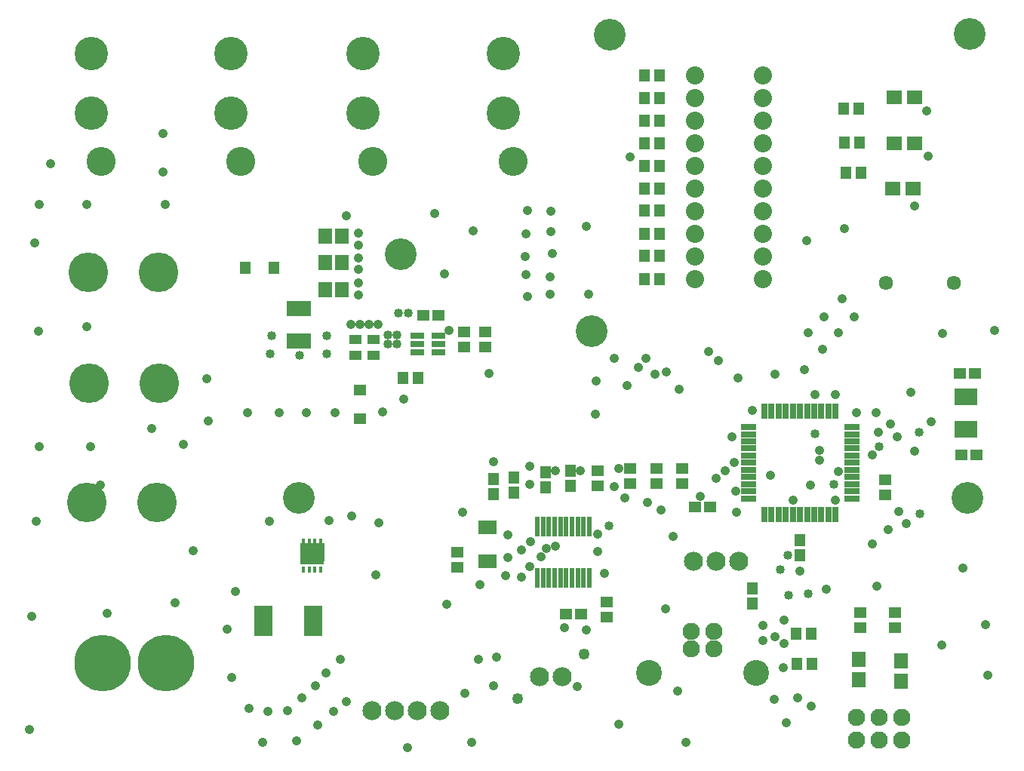
<source format=gbr>
G04 EAGLE Gerber RS-274X export*
G75*
%MOMM*%
%FSLAX34Y34*%
%LPD*%
%INSoldermask Top*%
%IPPOS*%
%AMOC8*
5,1,8,0,0,1.08239X$1,22.5*%
G01*
%ADD10R,1.254000X1.354000*%
%ADD11R,1.354000X1.254000*%
%ADD12C,4.445000*%
%ADD13C,2.133600*%
%ADD14C,3.754000*%
%ADD15C,3.254000*%
%ADD16C,6.350000*%
%ADD17R,0.609600X2.184400*%
%ADD18R,0.750000X1.750000*%
%ADD19R,1.750000X0.750000*%
%ADD20C,2.032000*%
%ADD21R,1.498600X1.651000*%
%ADD22R,1.651000X1.498600*%
%ADD23C,1.254000*%
%ADD24R,2.054000X1.594000*%
%ADD25R,1.454000X1.054000*%
%ADD26C,1.609600*%
%ADD27C,1.930400*%
%ADD28C,2.895600*%
%ADD29C,3.556000*%
%ADD30R,0.457200X0.762000*%
%ADD31R,0.457200X0.787400*%
%ADD32R,2.692400X2.032000*%
%ADD33R,2.754000X1.754000*%
%ADD34R,1.554000X1.754000*%
%ADD35R,1.500000X0.750000*%
%ADD36R,2.054000X3.454000*%
%ADD37R,2.654000X1.954000*%
%ADD38R,1.474000X1.154000*%
%ADD39R,1.154000X1.474000*%
%ADD40C,1.066800*%
%ADD41C,1.059600*%
%ADD42C,1.016000*%

G36*
X350649Y221490D02*
X350649Y221490D01*
X350651Y221489D01*
X350694Y221509D01*
X350738Y221527D01*
X350738Y221529D01*
X350740Y221530D01*
X350773Y221615D01*
X350773Y240665D01*
X350772Y240667D01*
X350773Y240669D01*
X350753Y240712D01*
X350735Y240756D01*
X350733Y240756D01*
X350732Y240758D01*
X350647Y240791D01*
X324993Y240791D01*
X324991Y240790D01*
X324989Y240791D01*
X324946Y240771D01*
X324902Y240753D01*
X324902Y240751D01*
X324900Y240750D01*
X324867Y240665D01*
X324867Y221615D01*
X324868Y221613D01*
X324867Y221611D01*
X324887Y221568D01*
X324905Y221524D01*
X324907Y221524D01*
X324908Y221522D01*
X324993Y221489D01*
X350647Y221489D01*
X350649Y221490D01*
G37*
G36*
X329596Y243467D02*
X329596Y243467D01*
X329598Y243466D01*
X329641Y243486D01*
X329685Y243504D01*
X329685Y243506D01*
X329687Y243507D01*
X329720Y243592D01*
X329720Y249688D01*
X329719Y249690D01*
X329720Y249692D01*
X329700Y249735D01*
X329682Y249779D01*
X329680Y249779D01*
X329679Y249781D01*
X329594Y249814D01*
X326546Y249814D01*
X326544Y249813D01*
X326542Y249814D01*
X326499Y249794D01*
X326455Y249776D01*
X326455Y249774D01*
X326453Y249773D01*
X326420Y249688D01*
X326420Y243592D01*
X326421Y243590D01*
X326420Y243588D01*
X326440Y243545D01*
X326458Y243501D01*
X326460Y243501D01*
X326461Y243499D01*
X326546Y243466D01*
X329594Y243466D01*
X329596Y243467D01*
G37*
G36*
X336096Y243467D02*
X336096Y243467D01*
X336098Y243466D01*
X336141Y243486D01*
X336185Y243504D01*
X336185Y243506D01*
X336187Y243507D01*
X336220Y243592D01*
X336220Y249688D01*
X336219Y249690D01*
X336220Y249692D01*
X336200Y249735D01*
X336182Y249779D01*
X336180Y249779D01*
X336179Y249781D01*
X336094Y249814D01*
X333046Y249814D01*
X333044Y249813D01*
X333042Y249814D01*
X332999Y249794D01*
X332955Y249776D01*
X332955Y249774D01*
X332953Y249773D01*
X332920Y249688D01*
X332920Y243592D01*
X332921Y243590D01*
X332920Y243588D01*
X332940Y243545D01*
X332958Y243501D01*
X332960Y243501D01*
X332961Y243499D01*
X333046Y243466D01*
X336094Y243466D01*
X336096Y243467D01*
G37*
G36*
X342596Y243467D02*
X342596Y243467D01*
X342598Y243466D01*
X342641Y243486D01*
X342685Y243504D01*
X342685Y243506D01*
X342687Y243507D01*
X342720Y243592D01*
X342720Y249688D01*
X342719Y249690D01*
X342720Y249692D01*
X342700Y249735D01*
X342682Y249779D01*
X342680Y249779D01*
X342679Y249781D01*
X342594Y249814D01*
X339546Y249814D01*
X339544Y249813D01*
X339542Y249814D01*
X339499Y249794D01*
X339455Y249776D01*
X339455Y249774D01*
X339453Y249773D01*
X339420Y249688D01*
X339420Y243592D01*
X339421Y243590D01*
X339420Y243588D01*
X339440Y243545D01*
X339458Y243501D01*
X339460Y243501D01*
X339461Y243499D01*
X339546Y243466D01*
X342594Y243466D01*
X342596Y243467D01*
G37*
G36*
X349096Y243467D02*
X349096Y243467D01*
X349098Y243466D01*
X349141Y243486D01*
X349185Y243504D01*
X349185Y243506D01*
X349187Y243507D01*
X349220Y243592D01*
X349220Y249688D01*
X349219Y249690D01*
X349220Y249692D01*
X349200Y249735D01*
X349182Y249779D01*
X349180Y249779D01*
X349179Y249781D01*
X349094Y249814D01*
X346046Y249814D01*
X346044Y249813D01*
X346042Y249814D01*
X345999Y249794D01*
X345955Y249776D01*
X345955Y249774D01*
X345953Y249773D01*
X345920Y249688D01*
X345920Y243592D01*
X345921Y243590D01*
X345920Y243588D01*
X345940Y243545D01*
X345958Y243501D01*
X345960Y243501D01*
X345961Y243499D01*
X346046Y243466D01*
X349094Y243466D01*
X349096Y243467D01*
G37*
G36*
X349096Y212467D02*
X349096Y212467D01*
X349098Y212466D01*
X349141Y212486D01*
X349185Y212504D01*
X349185Y212506D01*
X349187Y212507D01*
X349220Y212592D01*
X349220Y218688D01*
X349219Y218690D01*
X349220Y218692D01*
X349200Y218735D01*
X349182Y218779D01*
X349180Y218779D01*
X349179Y218781D01*
X349094Y218814D01*
X346046Y218814D01*
X346044Y218813D01*
X346042Y218814D01*
X345999Y218794D01*
X345955Y218776D01*
X345955Y218774D01*
X345953Y218773D01*
X345920Y218688D01*
X345920Y212592D01*
X345921Y212590D01*
X345920Y212588D01*
X345940Y212545D01*
X345958Y212501D01*
X345960Y212501D01*
X345961Y212499D01*
X346046Y212466D01*
X349094Y212466D01*
X349096Y212467D01*
G37*
G36*
X342596Y212467D02*
X342596Y212467D01*
X342598Y212466D01*
X342641Y212486D01*
X342685Y212504D01*
X342685Y212506D01*
X342687Y212507D01*
X342720Y212592D01*
X342720Y218688D01*
X342719Y218690D01*
X342720Y218692D01*
X342700Y218735D01*
X342682Y218779D01*
X342680Y218779D01*
X342679Y218781D01*
X342594Y218814D01*
X339546Y218814D01*
X339544Y218813D01*
X339542Y218814D01*
X339499Y218794D01*
X339455Y218776D01*
X339455Y218774D01*
X339453Y218773D01*
X339420Y218688D01*
X339420Y212592D01*
X339421Y212590D01*
X339420Y212588D01*
X339440Y212545D01*
X339458Y212501D01*
X339460Y212501D01*
X339461Y212499D01*
X339546Y212466D01*
X342594Y212466D01*
X342596Y212467D01*
G37*
G36*
X336096Y212467D02*
X336096Y212467D01*
X336098Y212466D01*
X336141Y212486D01*
X336185Y212504D01*
X336185Y212506D01*
X336187Y212507D01*
X336220Y212592D01*
X336220Y218688D01*
X336219Y218690D01*
X336220Y218692D01*
X336200Y218735D01*
X336182Y218779D01*
X336180Y218779D01*
X336179Y218781D01*
X336094Y218814D01*
X333046Y218814D01*
X333044Y218813D01*
X333042Y218814D01*
X332999Y218794D01*
X332955Y218776D01*
X332955Y218774D01*
X332953Y218773D01*
X332920Y218688D01*
X332920Y212592D01*
X332921Y212590D01*
X332920Y212588D01*
X332940Y212545D01*
X332958Y212501D01*
X332960Y212501D01*
X332961Y212499D01*
X333046Y212466D01*
X336094Y212466D01*
X336096Y212467D01*
G37*
G36*
X329596Y212467D02*
X329596Y212467D01*
X329598Y212466D01*
X329641Y212486D01*
X329685Y212504D01*
X329685Y212506D01*
X329687Y212507D01*
X329720Y212592D01*
X329720Y218688D01*
X329719Y218690D01*
X329720Y218692D01*
X329700Y218735D01*
X329682Y218779D01*
X329680Y218779D01*
X329679Y218781D01*
X329594Y218814D01*
X326546Y218814D01*
X326544Y218813D01*
X326542Y218814D01*
X326499Y218794D01*
X326455Y218776D01*
X326455Y218774D01*
X326453Y218773D01*
X326420Y218688D01*
X326420Y212592D01*
X326421Y212590D01*
X326420Y212588D01*
X326440Y212545D01*
X326458Y212501D01*
X326460Y212501D01*
X326461Y212499D01*
X326546Y212466D01*
X329594Y212466D01*
X329596Y212467D01*
G37*
%LPC*%
G36*
X328072Y233203D02*
X328072Y233203D01*
X328072Y236951D01*
X331820Y236951D01*
X331820Y233203D01*
X328072Y233203D01*
G37*
%LPD*%
%LPC*%
G36*
X343820Y233203D02*
X343820Y233203D01*
X343820Y236951D01*
X347568Y236951D01*
X347568Y233203D01*
X343820Y233203D01*
G37*
%LPD*%
%LPC*%
G36*
X335946Y233203D02*
X335946Y233203D01*
X335946Y236951D01*
X339694Y236951D01*
X339694Y233203D01*
X335946Y233203D01*
G37*
%LPD*%
%LPC*%
G36*
X335946Y225329D02*
X335946Y225329D01*
X335946Y229077D01*
X339694Y229077D01*
X339694Y225329D01*
X335946Y225329D01*
G37*
%LPD*%
%LPC*%
G36*
X343820Y225329D02*
X343820Y225329D01*
X343820Y229077D01*
X347568Y229077D01*
X347568Y225329D01*
X343820Y225329D01*
G37*
%LPD*%
%LPC*%
G36*
X328072Y225329D02*
X328072Y225329D01*
X328072Y229077D01*
X331820Y229077D01*
X331820Y225329D01*
X328072Y225329D01*
G37*
%LPD*%
D10*
X563880Y318380D03*
X563880Y301380D03*
X627380Y326000D03*
X627380Y309000D03*
X599440Y324730D03*
X599440Y307730D03*
D11*
X622690Y165100D03*
X639690Y165100D03*
D12*
X166370Y424180D03*
X87630Y424180D03*
X85090Y290830D03*
X163830Y290830D03*
D13*
X481330Y57150D03*
X455930Y57150D03*
X430530Y57150D03*
X405130Y57150D03*
D14*
X552450Y794540D03*
X552450Y727540D03*
D15*
X563450Y673540D03*
D14*
X90170Y794540D03*
X90170Y727540D03*
D15*
X101170Y673540D03*
D14*
X394970Y794540D03*
X394970Y727540D03*
D15*
X405970Y673540D03*
D14*
X246380Y794540D03*
X246380Y727540D03*
D15*
X257380Y673540D03*
D11*
X753110Y311540D03*
X753110Y328540D03*
X723900Y311540D03*
X723900Y328540D03*
X657860Y326000D03*
X657860Y309000D03*
X500380Y234560D03*
X500380Y217560D03*
X668020Y178680D03*
X668020Y161680D03*
D16*
X102870Y110490D03*
X173990Y110490D03*
D17*
X649010Y263652D03*
X642510Y263652D03*
X636010Y263652D03*
X629510Y263652D03*
X623010Y263652D03*
X616510Y263652D03*
X610010Y263652D03*
X603510Y263652D03*
X597010Y263652D03*
X590510Y263652D03*
X590510Y206248D03*
X597010Y206248D03*
X603510Y206248D03*
X610010Y206248D03*
X616510Y206248D03*
X623010Y206248D03*
X629510Y206248D03*
X636010Y206248D03*
X642510Y206248D03*
X649010Y206248D03*
D11*
X694690Y328540D03*
X694690Y311540D03*
X479670Y500380D03*
X462670Y500380D03*
D18*
X845190Y277280D03*
X853190Y277280D03*
X861190Y277280D03*
X869190Y277280D03*
X877190Y277280D03*
X885190Y277280D03*
X893190Y277280D03*
X901190Y277280D03*
X909190Y277280D03*
X917190Y277280D03*
X925190Y277280D03*
D19*
X943190Y295280D03*
X943190Y303280D03*
X943190Y311280D03*
X943190Y319280D03*
X943190Y327280D03*
X943190Y335280D03*
X943190Y343280D03*
X943190Y351280D03*
X943190Y359280D03*
X943190Y367280D03*
X943190Y375280D03*
D18*
X925190Y393280D03*
X917190Y393280D03*
X909190Y393280D03*
X901190Y393280D03*
X893190Y393280D03*
X885190Y393280D03*
X877190Y393280D03*
X869190Y393280D03*
X861190Y393280D03*
X853190Y393280D03*
X845190Y393280D03*
D19*
X827190Y375280D03*
X827190Y367280D03*
X827190Y359280D03*
X827190Y351280D03*
X827190Y343280D03*
X827190Y335280D03*
X827190Y327280D03*
X827190Y319280D03*
X827190Y311280D03*
X827190Y303280D03*
X827190Y295280D03*
D11*
X508000Y482210D03*
X508000Y465210D03*
X532130Y465210D03*
X532130Y482210D03*
X1081800Y435310D03*
X1064800Y435310D03*
X1083320Y344010D03*
X1066320Y344010D03*
X767470Y285750D03*
X784470Y285750D03*
X980440Y298840D03*
X980440Y315840D03*
D10*
X831850Y176920D03*
X831850Y193920D03*
X885190Y231530D03*
X885190Y248530D03*
D20*
X767080Y769620D03*
X767080Y744220D03*
X767080Y718820D03*
X767080Y693420D03*
X767080Y668020D03*
X767080Y642620D03*
X767080Y617220D03*
X767080Y591820D03*
X767080Y566420D03*
X767080Y541020D03*
X843280Y541020D03*
X843280Y566420D03*
X843280Y591820D03*
X843280Y617220D03*
X843280Y642620D03*
X843280Y668020D03*
X843280Y693420D03*
X843280Y718820D03*
X843280Y744220D03*
X843280Y769620D03*
D10*
X710320Y769620D03*
X727320Y769620D03*
X710320Y744220D03*
X727320Y744220D03*
X710320Y718820D03*
X727320Y718820D03*
X710320Y693420D03*
X727320Y693420D03*
X710320Y668020D03*
X727320Y668020D03*
X710320Y642620D03*
X727320Y642620D03*
X710320Y618490D03*
X727320Y618490D03*
X710320Y591820D03*
X727320Y591820D03*
X710320Y567690D03*
X727320Y567690D03*
X710320Y541020D03*
X727320Y541020D03*
D11*
X952500Y167250D03*
X952500Y150250D03*
X991870Y167250D03*
X991870Y150250D03*
D21*
X951230Y114300D03*
X951230Y91440D03*
X998220Y113030D03*
X998220Y90170D03*
D10*
X439810Y430530D03*
X456810Y430530D03*
X936380Y660400D03*
X953380Y660400D03*
X935110Y694690D03*
X952110Y694690D03*
X933840Y732790D03*
X950840Y732790D03*
D22*
X990600Y745490D03*
X1013460Y745490D03*
X990600Y693420D03*
X1013460Y693420D03*
X989330Y642620D03*
X1012190Y642620D03*
D13*
X592709Y95250D03*
X618820Y95250D03*
D23*
X568325Y70358D03*
X643255Y120142D03*
D24*
X534670Y263140D03*
X534670Y224540D03*
D25*
X406400Y473820D03*
X406400Y455820D03*
X386080Y473820D03*
X386080Y455820D03*
D10*
X880500Y143510D03*
X897500Y143510D03*
X881770Y109220D03*
X898770Y109220D03*
D26*
X981710Y537210D03*
X1057710Y537210D03*
D27*
X948690Y24130D03*
X974090Y24130D03*
X999490Y24130D03*
X948690Y49530D03*
X974090Y49530D03*
X999490Y49530D03*
D13*
X765810Y224790D03*
X791210Y224790D03*
X816610Y224790D03*
D12*
X165100Y548640D03*
X86360Y548640D03*
D27*
X788470Y146172D03*
X763470Y146172D03*
X763470Y126360D03*
X788470Y126360D03*
D28*
X836168Y99182D03*
X715772Y99182D03*
D29*
X322580Y295910D03*
X1075690Y816610D03*
X1073150Y295910D03*
X436880Y568960D03*
X671830Y815340D03*
X651510Y482600D03*
D10*
X541020Y317110D03*
X541020Y300110D03*
D30*
X328070Y215640D03*
X334570Y215640D03*
X341070Y215640D03*
X347570Y215640D03*
D31*
X347570Y246640D03*
X341070Y246640D03*
X334570Y246640D03*
X328070Y246640D03*
D32*
X337820Y234570D03*
D33*
X323120Y508220D03*
X323120Y472220D03*
D34*
X352450Y589280D03*
X371450Y589280D03*
X352450Y560070D03*
X371450Y560070D03*
X352450Y529590D03*
X371450Y529590D03*
D35*
X479470Y477870D03*
X479470Y468370D03*
X479470Y458870D03*
X455470Y477870D03*
X455470Y468370D03*
X455470Y458870D03*
D36*
X339150Y157480D03*
X283150Y157480D03*
D37*
X1071000Y373000D03*
X1071000Y409000D03*
D38*
X391160Y417020D03*
X391160Y384820D03*
D39*
X295100Y553720D03*
X262900Y553720D03*
D40*
X184150Y177800D03*
X251460Y190500D03*
X242570Y148590D03*
X247650Y93980D03*
X369570Y114300D03*
X353060Y99060D03*
X341630Y85090D03*
X326390Y71120D03*
X309880Y57150D03*
X288290Y55880D03*
X266700Y59690D03*
X281940Y21590D03*
X320040Y22860D03*
X344170Y40640D03*
X361950Y55880D03*
X375920Y67310D03*
X488950Y176530D03*
X524510Y114300D03*
X444500Y15240D03*
X516890Y21590D03*
X509270Y76200D03*
X541020Y85090D03*
X544830Y116840D03*
X635000Y83820D03*
X681990Y41910D03*
X756920Y21590D03*
X572770Y237490D03*
X572770Y207010D03*
X657860Y255270D03*
X506730Y279400D03*
X541020Y336550D03*
X914400Y193040D03*
X934720Y598170D03*
X894080Y481330D03*
X892810Y584200D03*
X694690Y678180D03*
D41*
X645160Y600710D03*
D40*
X647700Y524510D03*
X676910Y452120D03*
X656590Y426720D03*
X655320Y389890D03*
X557530Y254000D03*
X554990Y208280D03*
X525780Y198120D03*
X600710Y238760D03*
X594360Y229870D03*
X581660Y218440D03*
X582930Y246380D03*
X557530Y228600D03*
D41*
X285750Y157480D03*
X645160Y147320D03*
D40*
X665480Y210820D03*
X734060Y171450D03*
X1096010Y96520D03*
X1043940Y130810D03*
X971550Y196850D03*
X1093470Y153670D03*
X877570Y293370D03*
X896620Y309880D03*
X812800Y303530D03*
X852170Y321310D03*
X924560Y293370D03*
X966470Y243840D03*
X984250Y260350D03*
X1004570Y266700D03*
X1013460Y347980D03*
X1032510Y381000D03*
X1009650Y414020D03*
X994410Y364490D03*
X1045210Y480060D03*
X910590Y462280D03*
X928370Y481330D03*
X946150Y499110D03*
X911860Y499110D03*
X932180Y519430D03*
X815340Y430530D03*
X831850Y393700D03*
X735330Y436880D03*
X749300Y417830D03*
X808990Y364490D03*
X742950Y252730D03*
X581660Y311150D03*
X581660Y331470D03*
X610870Y326390D03*
X638810Y326390D03*
X885190Y213360D03*
X748030Y78740D03*
X681990Y328930D03*
X773430Y297180D03*
X869950Y43180D03*
X1103630Y483870D03*
X924560Y411480D03*
X928370Y325120D03*
X1013460Y623570D03*
X1028700Y679450D03*
X1027430Y730250D03*
X843280Y152400D03*
X843280Y135890D03*
X867410Y158750D03*
X867410Y132080D03*
X866140Y105410D03*
X855980Y69850D03*
X882650Y71120D03*
X897890Y62230D03*
X1068070Y217170D03*
D41*
X713740Y290830D03*
X966470Y344170D03*
X728980Y281940D03*
D42*
X974090Y353060D03*
D40*
X676910Y308610D03*
X408940Y209550D03*
D42*
X670560Y264160D03*
D40*
X20320Y35560D03*
X22860Y162560D03*
X27940Y269240D03*
X31750Y353060D03*
X100330Y309880D03*
X107950Y166370D03*
X88900Y353060D03*
X30480Y482600D03*
X85090Y487680D03*
X26670Y581660D03*
D41*
X341630Y156210D03*
X621030Y149860D03*
D40*
X610870Y241300D03*
D41*
X657860Y235422D03*
X986790Y378460D03*
D40*
X219710Y429260D03*
X356870Y270510D03*
X382270Y275590D03*
X204470Y236220D03*
X157480Y373380D03*
X193040Y355600D03*
X220980Y382270D03*
X44450Y670560D03*
X31750Y624840D03*
X85090Y624840D03*
X172720Y624840D03*
X170180Y661670D03*
X170180Y704850D03*
X389890Y593090D03*
X375920Y612140D03*
X389890Y579120D03*
X389890Y565150D03*
X389890Y552450D03*
X518160Y595630D03*
X474980Y614680D03*
X486410Y547370D03*
X389890Y537210D03*
X389890Y523240D03*
X381000Y490220D03*
X391160Y490220D03*
X401320Y490220D03*
X411480Y490220D03*
X491490Y483870D03*
X579120Y521970D03*
X577850Y546100D03*
X576580Y566420D03*
X577850Y591820D03*
X579120Y618490D03*
X605790Y617220D03*
X605790Y594360D03*
X607060Y570230D03*
X604520Y543560D03*
X604520Y524510D03*
X535940Y435610D03*
X440690Y406400D03*
X416560Y392430D03*
X363220Y391160D03*
X331470Y391160D03*
X300990Y391160D03*
X265430Y391160D03*
X412750Y267970D03*
X289560Y269240D03*
D41*
X688340Y295910D03*
X972820Y369570D03*
D42*
X422910Y478790D03*
X433070Y478790D03*
X433070Y468630D03*
X422910Y468630D03*
X292100Y477520D03*
X354330Y457200D03*
X322580Y472440D03*
X354330Y477520D03*
X290830Y457200D03*
X323850Y455930D03*
X445770Y502920D03*
X434340Y502920D03*
D41*
X857250Y139700D03*
X857250Y434340D03*
X995680Y280670D03*
X793750Y449580D03*
X901700Y411480D03*
X782320Y459740D03*
X889854Y439420D03*
X690880Y421640D03*
X814070Y279400D03*
X703580Y441960D03*
X791210Y317500D03*
X801370Y326390D03*
X712470Y452120D03*
X722630Y434340D03*
X811530Y335280D03*
D42*
X1019810Y278130D03*
X1018540Y369570D03*
D41*
X906780Y349250D03*
X948690Y391160D03*
X906780Y337820D03*
X970280Y391160D03*
D42*
X872490Y186690D03*
X862754Y215054D03*
X894080Y187960D03*
X871220Y231140D03*
X902020Y367980D03*
X923290Y311150D03*
M02*

</source>
